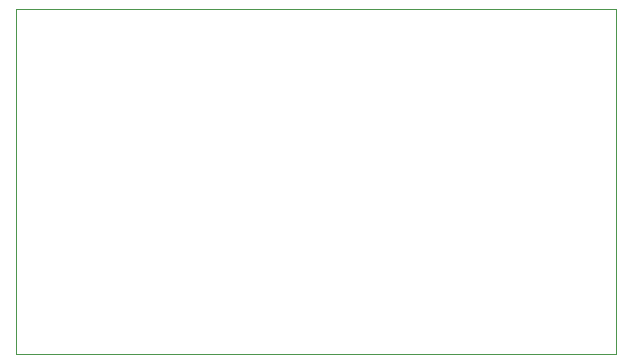
<source format=gbr>
%TF.GenerationSoftware,KiCad,Pcbnew,(6.0.5)*%
%TF.CreationDate,2022-06-03T17:18:30-04:00*%
%TF.ProjectId,minimixer,6d696e69-6d69-4786-9572-2e6b69636164,rev?*%
%TF.SameCoordinates,Original*%
%TF.FileFunction,Profile,NP*%
%FSLAX46Y46*%
G04 Gerber Fmt 4.6, Leading zero omitted, Abs format (unit mm)*
G04 Created by KiCad (PCBNEW (6.0.5)) date 2022-06-03 17:18:30*
%MOMM*%
%LPD*%
G01*
G04 APERTURE LIST*
%TA.AperFunction,Profile*%
%ADD10C,0.100000*%
%TD*%
G04 APERTURE END LIST*
D10*
X63500000Y-130810000D02*
X114300000Y-130810000D01*
X114300000Y-130810000D02*
X114300000Y-160020000D01*
X114300000Y-160020000D02*
X63500000Y-160020000D01*
X63500000Y-160020000D02*
X63500000Y-130810000D01*
M02*

</source>
